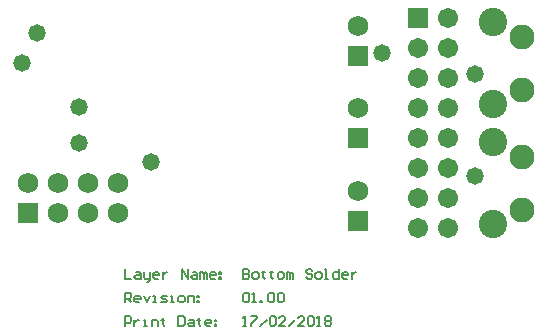
<source format=gbs>
%FSLAX25Y25*%
%MOIN*%
G70*
G01*
G75*
G04 Layer_Color=16711935*
%ADD10R,0.04500X0.06000*%
%ADD11C,0.01969*%
%ADD12C,0.03937*%
%ADD13C,0.01772*%
%ADD14C,0.00787*%
%ADD15C,0.07480*%
%ADD16C,0.08661*%
%ADD17R,0.06000X0.06000*%
%ADD18C,0.06000*%
%ADD19R,0.06000X0.06000*%
%ADD20C,0.05906*%
%ADD21R,0.05906X0.05906*%
%ADD22C,0.05000*%
%ADD23C,0.00394*%
%ADD24R,0.05300X0.06800*%
%ADD25C,0.08280*%
%ADD26C,0.09461*%
%ADD27R,0.06800X0.06800*%
%ADD28C,0.06800*%
%ADD29R,0.06800X0.06800*%
%ADD30C,0.06706*%
%ADD31R,0.06706X0.06706*%
%ADD32C,0.05800*%
D14*
X78740Y-27559D02*
X79790D01*
X79265D01*
Y-24410D01*
X78740Y-24935D01*
X81364Y-24410D02*
X83463D01*
Y-24935D01*
X81364Y-27034D01*
Y-27559D01*
X84513D02*
X86612Y-25460D01*
X87661Y-24935D02*
X88186Y-24410D01*
X89235D01*
X89760Y-24935D01*
Y-27034D01*
X89235Y-27559D01*
X88186D01*
X87661Y-27034D01*
Y-24935D01*
X92909Y-27559D02*
X90810D01*
X92909Y-25460D01*
Y-24935D01*
X92384Y-24410D01*
X91334D01*
X90810Y-24935D01*
X93958Y-27559D02*
X96057Y-25460D01*
X99206Y-27559D02*
X97107D01*
X99206Y-25460D01*
Y-24935D01*
X98681Y-24410D01*
X97632D01*
X97107Y-24935D01*
X100256D02*
X100780Y-24410D01*
X101830D01*
X102355Y-24935D01*
Y-27034D01*
X101830Y-27559D01*
X100780D01*
X100256Y-27034D01*
Y-24935D01*
X103404Y-27559D02*
X104454D01*
X103929D01*
Y-24410D01*
X103404Y-24935D01*
X106028D02*
X106553Y-24410D01*
X107602D01*
X108127Y-24935D01*
Y-25460D01*
X107602Y-25985D01*
X108127Y-26509D01*
Y-27034D01*
X107602Y-27559D01*
X106553D01*
X106028Y-27034D01*
Y-26509D01*
X106553Y-25985D01*
X106028Y-25460D01*
Y-24935D01*
X106553Y-25985D02*
X107602D01*
X39370Y-8662D02*
Y-11811D01*
X41469D01*
X43043Y-9712D02*
X44093D01*
X44618Y-10237D01*
Y-11811D01*
X43043D01*
X42519Y-11286D01*
X43043Y-10762D01*
X44618D01*
X45667Y-9712D02*
Y-11286D01*
X46192Y-11811D01*
X47766D01*
Y-12336D01*
X47242Y-12861D01*
X46717D01*
X47766Y-11811D02*
Y-9712D01*
X50390Y-11811D02*
X49341D01*
X48816Y-11286D01*
Y-10237D01*
X49341Y-9712D01*
X50390D01*
X50915Y-10237D01*
Y-10762D01*
X48816D01*
X51964Y-9712D02*
Y-11811D01*
Y-10762D01*
X52489Y-10237D01*
X53014Y-9712D01*
X53539D01*
X58262Y-11811D02*
Y-8662D01*
X60361Y-11811D01*
Y-8662D01*
X61935Y-9712D02*
X62985D01*
X63509Y-10237D01*
Y-11811D01*
X61935D01*
X61410Y-11286D01*
X61935Y-10762D01*
X63509D01*
X64559Y-11811D02*
Y-9712D01*
X65083D01*
X65608Y-10237D01*
Y-11811D01*
Y-10237D01*
X66133Y-9712D01*
X66658Y-10237D01*
Y-11811D01*
X69282D02*
X68232D01*
X67707Y-11286D01*
Y-10237D01*
X68232Y-9712D01*
X69282D01*
X69806Y-10237D01*
Y-10762D01*
X67707D01*
X70856Y-9712D02*
X71381D01*
Y-10237D01*
X70856D01*
Y-9712D01*
Y-11286D02*
X71381D01*
Y-11811D01*
X70856D01*
Y-11286D01*
X39370Y-19685D02*
Y-16536D01*
X40944D01*
X41469Y-17061D01*
Y-18111D01*
X40944Y-18635D01*
X39370D01*
X40420D02*
X41469Y-19685D01*
X44093D02*
X43043D01*
X42519Y-19160D01*
Y-18111D01*
X43043Y-17586D01*
X44093D01*
X44618Y-18111D01*
Y-18635D01*
X42519D01*
X45667Y-17586D02*
X46717Y-19685D01*
X47766Y-17586D01*
X48816Y-19685D02*
X49865D01*
X49341D01*
Y-17586D01*
X48816D01*
X51440Y-19685D02*
X53014D01*
X53539Y-19160D01*
X53014Y-18635D01*
X51964D01*
X51440Y-18111D01*
X51964Y-17586D01*
X53539D01*
X54588Y-19685D02*
X55638D01*
X55113D01*
Y-17586D01*
X54588D01*
X57737Y-19685D02*
X58786D01*
X59311Y-19160D01*
Y-18111D01*
X58786Y-17586D01*
X57737D01*
X57212Y-18111D01*
Y-19160D01*
X57737Y-19685D01*
X60361D02*
Y-17586D01*
X61935D01*
X62460Y-18111D01*
Y-19685D01*
X63509Y-17586D02*
X64034D01*
Y-18111D01*
X63509D01*
Y-17586D01*
Y-19160D02*
X64034D01*
Y-19685D01*
X63509D01*
Y-19160D01*
X39370Y-27559D02*
Y-24410D01*
X40944D01*
X41469Y-24935D01*
Y-25985D01*
X40944Y-26509D01*
X39370D01*
X42519Y-25460D02*
Y-27559D01*
Y-26509D01*
X43043Y-25985D01*
X43568Y-25460D01*
X44093D01*
X45667Y-27559D02*
X46717D01*
X46192D01*
Y-25460D01*
X45667D01*
X48291Y-27559D02*
Y-25460D01*
X49865D01*
X50390Y-25985D01*
Y-27559D01*
X51964Y-24935D02*
Y-25460D01*
X51440D01*
X52489D01*
X51964D01*
Y-27034D01*
X52489Y-27559D01*
X57212Y-24410D02*
Y-27559D01*
X58786D01*
X59311Y-27034D01*
Y-24935D01*
X58786Y-24410D01*
X57212D01*
X60885Y-25460D02*
X61935D01*
X62460Y-25985D01*
Y-27559D01*
X60885D01*
X60361Y-27034D01*
X60885Y-26509D01*
X62460D01*
X64034Y-24935D02*
Y-25460D01*
X63509D01*
X64559D01*
X64034D01*
Y-27034D01*
X64559Y-27559D01*
X67707D02*
X66658D01*
X66133Y-27034D01*
Y-25985D01*
X66658Y-25460D01*
X67707D01*
X68232Y-25985D01*
Y-26509D01*
X66133D01*
X69282Y-25460D02*
X69806D01*
Y-25985D01*
X69282D01*
Y-25460D01*
Y-27034D02*
X69806D01*
Y-27559D01*
X69282D01*
Y-27034D01*
X78740Y-17061D02*
X79265Y-16536D01*
X80314D01*
X80839Y-17061D01*
Y-19160D01*
X80314Y-19685D01*
X79265D01*
X78740Y-19160D01*
Y-17061D01*
X81889Y-19685D02*
X82938D01*
X82414D01*
Y-16536D01*
X81889Y-17061D01*
X84513Y-19685D02*
Y-19160D01*
X85037D01*
Y-19685D01*
X84513D01*
X87136Y-17061D02*
X87661Y-16536D01*
X88711D01*
X89235Y-17061D01*
Y-19160D01*
X88711Y-19685D01*
X87661D01*
X87136Y-19160D01*
Y-17061D01*
X90285D02*
X90810Y-16536D01*
X91859D01*
X92384Y-17061D01*
Y-19160D01*
X91859Y-19685D01*
X90810D01*
X90285Y-19160D01*
Y-17061D01*
X78740Y-8662D02*
Y-11811D01*
X80314D01*
X80839Y-11286D01*
Y-10762D01*
X80314Y-10237D01*
X78740D01*
X80314D01*
X80839Y-9712D01*
Y-9187D01*
X80314Y-8662D01*
X78740D01*
X82414Y-11811D02*
X83463D01*
X83988Y-11286D01*
Y-10237D01*
X83463Y-9712D01*
X82414D01*
X81889Y-10237D01*
Y-11286D01*
X82414Y-11811D01*
X85562Y-9187D02*
Y-9712D01*
X85037D01*
X86087D01*
X85562D01*
Y-11286D01*
X86087Y-11811D01*
X88186Y-9187D02*
Y-9712D01*
X87661D01*
X88711D01*
X88186D01*
Y-11286D01*
X88711Y-11811D01*
X90810D02*
X91859D01*
X92384Y-11286D01*
Y-10237D01*
X91859Y-9712D01*
X90810D01*
X90285Y-10237D01*
Y-11286D01*
X90810Y-11811D01*
X93433D02*
Y-9712D01*
X93958D01*
X94483Y-10237D01*
Y-11811D01*
Y-10237D01*
X95008Y-9712D01*
X95533Y-10237D01*
Y-11811D01*
X101830Y-9187D02*
X101305Y-8662D01*
X100256D01*
X99731Y-9187D01*
Y-9712D01*
X100256Y-10237D01*
X101305D01*
X101830Y-10762D01*
Y-11286D01*
X101305Y-11811D01*
X100256D01*
X99731Y-11286D01*
X103404Y-11811D02*
X104454D01*
X104978Y-11286D01*
Y-10237D01*
X104454Y-9712D01*
X103404D01*
X102879Y-10237D01*
Y-11286D01*
X103404Y-11811D01*
X106028D02*
X107077D01*
X106553D01*
Y-8662D01*
X106028D01*
X110751D02*
Y-11811D01*
X109177D01*
X108652Y-11286D01*
Y-10237D01*
X109177Y-9712D01*
X110751D01*
X113375Y-11811D02*
X112325D01*
X111800Y-11286D01*
Y-10237D01*
X112325Y-9712D01*
X113375D01*
X113899Y-10237D01*
Y-10762D01*
X111800D01*
X114949Y-9712D02*
Y-11811D01*
Y-10762D01*
X115474Y-10237D01*
X115998Y-9712D01*
X116523D01*
D25*
X171904Y28858D02*
D03*
Y11142D02*
D03*
Y51142D02*
D03*
Y68858D02*
D03*
D26*
X162061Y33780D02*
D03*
Y6221D02*
D03*
Y46220D02*
D03*
Y73780D02*
D03*
D27*
X116983Y7500D02*
D03*
Y35000D02*
D03*
Y62500D02*
D03*
D28*
Y17500D02*
D03*
Y45000D02*
D03*
Y72500D02*
D03*
X16983Y10000D02*
D03*
X26983D02*
D03*
X36983D02*
D03*
X6983Y20000D02*
D03*
X16983D02*
D03*
X26983D02*
D03*
X36983D02*
D03*
D29*
X6983Y10000D02*
D03*
D30*
X146983Y75000D02*
D03*
Y65000D02*
D03*
X136983D02*
D03*
X146983Y55000D02*
D03*
X136983D02*
D03*
X146983Y45000D02*
D03*
X136983D02*
D03*
X146983Y35000D02*
D03*
X136983D02*
D03*
X146983Y25000D02*
D03*
X136983D02*
D03*
X146983Y15000D02*
D03*
X136983D02*
D03*
X146983Y5000D02*
D03*
X136983D02*
D03*
D31*
Y75000D02*
D03*
D32*
X47983Y27000D02*
D03*
X23983Y45348D02*
D03*
Y33348D02*
D03*
X5000Y60000D02*
D03*
X10000Y70000D02*
D03*
X124983Y63348D02*
D03*
X155983Y56348D02*
D03*
Y22348D02*
D03*
M02*

</source>
